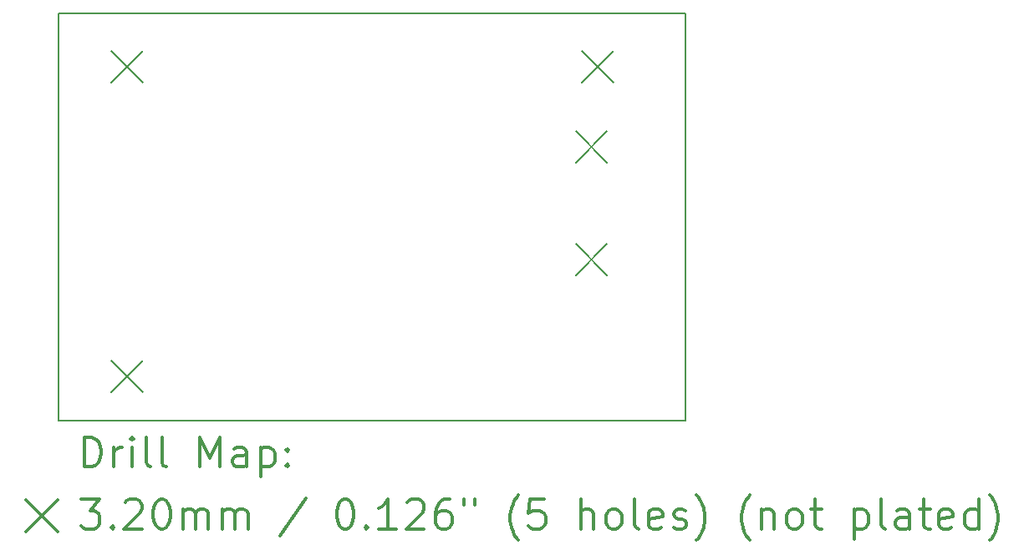
<source format=gbr>
%FSLAX45Y45*%
G04 Gerber Fmt 4.5, Leading zero omitted, Abs format (unit mm)*
G04 Created by KiCad (PCBNEW 4.0.6) date 12/01/17 17:51:23*
%MOMM*%
%LPD*%
G01*
G04 APERTURE LIST*
%ADD10C,0.127000*%
%ADD11C,0.150000*%
%ADD12C,0.200000*%
%ADD13C,0.300000*%
G04 APERTURE END LIST*
D10*
D11*
X11277600Y-11938000D02*
X11277600Y-7810500D01*
X17627600Y-11938000D02*
X11277600Y-11938000D01*
X17627600Y-7810500D02*
X17627600Y-11938000D01*
X11277600Y-7810500D02*
X17627600Y-7810500D01*
D12*
X11816100Y-8190250D02*
X12136100Y-8510250D01*
X12136100Y-8190250D02*
X11816100Y-8510250D01*
X11816100Y-11333500D02*
X12136100Y-11653500D01*
X12136100Y-11333500D02*
X11816100Y-11653500D01*
X16518417Y-9002842D02*
X16838417Y-9322842D01*
X16838417Y-9002842D02*
X16518417Y-9322842D01*
X16518417Y-10145842D02*
X16838417Y-10465842D01*
X16838417Y-10145842D02*
X16518417Y-10465842D01*
X16578600Y-8190250D02*
X16898600Y-8510250D01*
X16898600Y-8190250D02*
X16578600Y-8510250D01*
D13*
X11541528Y-12411214D02*
X11541528Y-12111214D01*
X11612957Y-12111214D01*
X11655814Y-12125500D01*
X11684386Y-12154071D01*
X11698671Y-12182643D01*
X11712957Y-12239786D01*
X11712957Y-12282643D01*
X11698671Y-12339786D01*
X11684386Y-12368357D01*
X11655814Y-12396929D01*
X11612957Y-12411214D01*
X11541528Y-12411214D01*
X11841528Y-12411214D02*
X11841528Y-12211214D01*
X11841528Y-12268357D02*
X11855814Y-12239786D01*
X11870100Y-12225500D01*
X11898671Y-12211214D01*
X11927243Y-12211214D01*
X12027243Y-12411214D02*
X12027243Y-12211214D01*
X12027243Y-12111214D02*
X12012957Y-12125500D01*
X12027243Y-12139786D01*
X12041528Y-12125500D01*
X12027243Y-12111214D01*
X12027243Y-12139786D01*
X12212957Y-12411214D02*
X12184386Y-12396929D01*
X12170100Y-12368357D01*
X12170100Y-12111214D01*
X12370100Y-12411214D02*
X12341528Y-12396929D01*
X12327243Y-12368357D01*
X12327243Y-12111214D01*
X12712957Y-12411214D02*
X12712957Y-12111214D01*
X12812957Y-12325500D01*
X12912957Y-12111214D01*
X12912957Y-12411214D01*
X13184386Y-12411214D02*
X13184386Y-12254071D01*
X13170100Y-12225500D01*
X13141528Y-12211214D01*
X13084386Y-12211214D01*
X13055814Y-12225500D01*
X13184386Y-12396929D02*
X13155814Y-12411214D01*
X13084386Y-12411214D01*
X13055814Y-12396929D01*
X13041528Y-12368357D01*
X13041528Y-12339786D01*
X13055814Y-12311214D01*
X13084386Y-12296929D01*
X13155814Y-12296929D01*
X13184386Y-12282643D01*
X13327243Y-12211214D02*
X13327243Y-12511214D01*
X13327243Y-12225500D02*
X13355814Y-12211214D01*
X13412957Y-12211214D01*
X13441528Y-12225500D01*
X13455814Y-12239786D01*
X13470100Y-12268357D01*
X13470100Y-12354071D01*
X13455814Y-12382643D01*
X13441528Y-12396929D01*
X13412957Y-12411214D01*
X13355814Y-12411214D01*
X13327243Y-12396929D01*
X13598671Y-12382643D02*
X13612957Y-12396929D01*
X13598671Y-12411214D01*
X13584386Y-12396929D01*
X13598671Y-12382643D01*
X13598671Y-12411214D01*
X13598671Y-12225500D02*
X13612957Y-12239786D01*
X13598671Y-12254071D01*
X13584386Y-12239786D01*
X13598671Y-12225500D01*
X13598671Y-12254071D01*
X10950100Y-12745500D02*
X11270100Y-13065500D01*
X11270100Y-12745500D02*
X10950100Y-13065500D01*
X11512957Y-12741214D02*
X11698671Y-12741214D01*
X11598671Y-12855500D01*
X11641528Y-12855500D01*
X11670100Y-12869786D01*
X11684386Y-12884071D01*
X11698671Y-12912643D01*
X11698671Y-12984071D01*
X11684386Y-13012643D01*
X11670100Y-13026929D01*
X11641528Y-13041214D01*
X11555814Y-13041214D01*
X11527243Y-13026929D01*
X11512957Y-13012643D01*
X11827243Y-13012643D02*
X11841528Y-13026929D01*
X11827243Y-13041214D01*
X11812957Y-13026929D01*
X11827243Y-13012643D01*
X11827243Y-13041214D01*
X11955814Y-12769786D02*
X11970100Y-12755500D01*
X11998671Y-12741214D01*
X12070100Y-12741214D01*
X12098671Y-12755500D01*
X12112957Y-12769786D01*
X12127243Y-12798357D01*
X12127243Y-12826929D01*
X12112957Y-12869786D01*
X11941528Y-13041214D01*
X12127243Y-13041214D01*
X12312957Y-12741214D02*
X12341528Y-12741214D01*
X12370100Y-12755500D01*
X12384386Y-12769786D01*
X12398671Y-12798357D01*
X12412957Y-12855500D01*
X12412957Y-12926929D01*
X12398671Y-12984071D01*
X12384386Y-13012643D01*
X12370100Y-13026929D01*
X12341528Y-13041214D01*
X12312957Y-13041214D01*
X12284386Y-13026929D01*
X12270100Y-13012643D01*
X12255814Y-12984071D01*
X12241528Y-12926929D01*
X12241528Y-12855500D01*
X12255814Y-12798357D01*
X12270100Y-12769786D01*
X12284386Y-12755500D01*
X12312957Y-12741214D01*
X12541528Y-13041214D02*
X12541528Y-12841214D01*
X12541528Y-12869786D02*
X12555814Y-12855500D01*
X12584386Y-12841214D01*
X12627243Y-12841214D01*
X12655814Y-12855500D01*
X12670100Y-12884071D01*
X12670100Y-13041214D01*
X12670100Y-12884071D02*
X12684386Y-12855500D01*
X12712957Y-12841214D01*
X12755814Y-12841214D01*
X12784386Y-12855500D01*
X12798671Y-12884071D01*
X12798671Y-13041214D01*
X12941528Y-13041214D02*
X12941528Y-12841214D01*
X12941528Y-12869786D02*
X12955814Y-12855500D01*
X12984386Y-12841214D01*
X13027243Y-12841214D01*
X13055814Y-12855500D01*
X13070100Y-12884071D01*
X13070100Y-13041214D01*
X13070100Y-12884071D02*
X13084386Y-12855500D01*
X13112957Y-12841214D01*
X13155814Y-12841214D01*
X13184386Y-12855500D01*
X13198671Y-12884071D01*
X13198671Y-13041214D01*
X13784386Y-12726929D02*
X13527243Y-13112643D01*
X14170100Y-12741214D02*
X14198671Y-12741214D01*
X14227243Y-12755500D01*
X14241528Y-12769786D01*
X14255814Y-12798357D01*
X14270100Y-12855500D01*
X14270100Y-12926929D01*
X14255814Y-12984071D01*
X14241528Y-13012643D01*
X14227243Y-13026929D01*
X14198671Y-13041214D01*
X14170100Y-13041214D01*
X14141528Y-13026929D01*
X14127243Y-13012643D01*
X14112957Y-12984071D01*
X14098671Y-12926929D01*
X14098671Y-12855500D01*
X14112957Y-12798357D01*
X14127243Y-12769786D01*
X14141528Y-12755500D01*
X14170100Y-12741214D01*
X14398671Y-13012643D02*
X14412957Y-13026929D01*
X14398671Y-13041214D01*
X14384386Y-13026929D01*
X14398671Y-13012643D01*
X14398671Y-13041214D01*
X14698671Y-13041214D02*
X14527243Y-13041214D01*
X14612957Y-13041214D02*
X14612957Y-12741214D01*
X14584385Y-12784071D01*
X14555814Y-12812643D01*
X14527243Y-12826929D01*
X14812957Y-12769786D02*
X14827243Y-12755500D01*
X14855814Y-12741214D01*
X14927243Y-12741214D01*
X14955814Y-12755500D01*
X14970100Y-12769786D01*
X14984385Y-12798357D01*
X14984385Y-12826929D01*
X14970100Y-12869786D01*
X14798671Y-13041214D01*
X14984385Y-13041214D01*
X15241528Y-12741214D02*
X15184385Y-12741214D01*
X15155814Y-12755500D01*
X15141528Y-12769786D01*
X15112957Y-12812643D01*
X15098671Y-12869786D01*
X15098671Y-12984071D01*
X15112957Y-13012643D01*
X15127243Y-13026929D01*
X15155814Y-13041214D01*
X15212957Y-13041214D01*
X15241528Y-13026929D01*
X15255814Y-13012643D01*
X15270100Y-12984071D01*
X15270100Y-12912643D01*
X15255814Y-12884071D01*
X15241528Y-12869786D01*
X15212957Y-12855500D01*
X15155814Y-12855500D01*
X15127243Y-12869786D01*
X15112957Y-12884071D01*
X15098671Y-12912643D01*
X15384386Y-12741214D02*
X15384386Y-12798357D01*
X15498671Y-12741214D02*
X15498671Y-12798357D01*
X15941528Y-13155500D02*
X15927243Y-13141214D01*
X15898671Y-13098357D01*
X15884385Y-13069786D01*
X15870100Y-13026929D01*
X15855814Y-12955500D01*
X15855814Y-12898357D01*
X15870100Y-12826929D01*
X15884385Y-12784071D01*
X15898671Y-12755500D01*
X15927243Y-12712643D01*
X15941528Y-12698357D01*
X16198671Y-12741214D02*
X16055814Y-12741214D01*
X16041528Y-12884071D01*
X16055814Y-12869786D01*
X16084385Y-12855500D01*
X16155814Y-12855500D01*
X16184385Y-12869786D01*
X16198671Y-12884071D01*
X16212957Y-12912643D01*
X16212957Y-12984071D01*
X16198671Y-13012643D01*
X16184385Y-13026929D01*
X16155814Y-13041214D01*
X16084385Y-13041214D01*
X16055814Y-13026929D01*
X16041528Y-13012643D01*
X16570100Y-13041214D02*
X16570100Y-12741214D01*
X16698671Y-13041214D02*
X16698671Y-12884071D01*
X16684385Y-12855500D01*
X16655814Y-12841214D01*
X16612957Y-12841214D01*
X16584385Y-12855500D01*
X16570100Y-12869786D01*
X16884386Y-13041214D02*
X16855814Y-13026929D01*
X16841528Y-13012643D01*
X16827243Y-12984071D01*
X16827243Y-12898357D01*
X16841528Y-12869786D01*
X16855814Y-12855500D01*
X16884386Y-12841214D01*
X16927243Y-12841214D01*
X16955814Y-12855500D01*
X16970100Y-12869786D01*
X16984386Y-12898357D01*
X16984386Y-12984071D01*
X16970100Y-13012643D01*
X16955814Y-13026929D01*
X16927243Y-13041214D01*
X16884386Y-13041214D01*
X17155814Y-13041214D02*
X17127243Y-13026929D01*
X17112957Y-12998357D01*
X17112957Y-12741214D01*
X17384386Y-13026929D02*
X17355814Y-13041214D01*
X17298671Y-13041214D01*
X17270100Y-13026929D01*
X17255814Y-12998357D01*
X17255814Y-12884071D01*
X17270100Y-12855500D01*
X17298671Y-12841214D01*
X17355814Y-12841214D01*
X17384386Y-12855500D01*
X17398671Y-12884071D01*
X17398671Y-12912643D01*
X17255814Y-12941214D01*
X17512957Y-13026929D02*
X17541529Y-13041214D01*
X17598671Y-13041214D01*
X17627243Y-13026929D01*
X17641529Y-12998357D01*
X17641529Y-12984071D01*
X17627243Y-12955500D01*
X17598671Y-12941214D01*
X17555814Y-12941214D01*
X17527243Y-12926929D01*
X17512957Y-12898357D01*
X17512957Y-12884071D01*
X17527243Y-12855500D01*
X17555814Y-12841214D01*
X17598671Y-12841214D01*
X17627243Y-12855500D01*
X17741528Y-13155500D02*
X17755814Y-13141214D01*
X17784386Y-13098357D01*
X17798671Y-13069786D01*
X17812957Y-13026929D01*
X17827243Y-12955500D01*
X17827243Y-12898357D01*
X17812957Y-12826929D01*
X17798671Y-12784071D01*
X17784386Y-12755500D01*
X17755814Y-12712643D01*
X17741528Y-12698357D01*
X18284386Y-13155500D02*
X18270100Y-13141214D01*
X18241528Y-13098357D01*
X18227243Y-13069786D01*
X18212957Y-13026929D01*
X18198671Y-12955500D01*
X18198671Y-12898357D01*
X18212957Y-12826929D01*
X18227243Y-12784071D01*
X18241528Y-12755500D01*
X18270100Y-12712643D01*
X18284386Y-12698357D01*
X18398671Y-12841214D02*
X18398671Y-13041214D01*
X18398671Y-12869786D02*
X18412957Y-12855500D01*
X18441528Y-12841214D01*
X18484386Y-12841214D01*
X18512957Y-12855500D01*
X18527243Y-12884071D01*
X18527243Y-13041214D01*
X18712957Y-13041214D02*
X18684386Y-13026929D01*
X18670100Y-13012643D01*
X18655814Y-12984071D01*
X18655814Y-12898357D01*
X18670100Y-12869786D01*
X18684386Y-12855500D01*
X18712957Y-12841214D01*
X18755814Y-12841214D01*
X18784386Y-12855500D01*
X18798671Y-12869786D01*
X18812957Y-12898357D01*
X18812957Y-12984071D01*
X18798671Y-13012643D01*
X18784386Y-13026929D01*
X18755814Y-13041214D01*
X18712957Y-13041214D01*
X18898671Y-12841214D02*
X19012957Y-12841214D01*
X18941529Y-12741214D02*
X18941529Y-12998357D01*
X18955814Y-13026929D01*
X18984386Y-13041214D01*
X19012957Y-13041214D01*
X19341529Y-12841214D02*
X19341529Y-13141214D01*
X19341529Y-12855500D02*
X19370100Y-12841214D01*
X19427243Y-12841214D01*
X19455814Y-12855500D01*
X19470100Y-12869786D01*
X19484386Y-12898357D01*
X19484386Y-12984071D01*
X19470100Y-13012643D01*
X19455814Y-13026929D01*
X19427243Y-13041214D01*
X19370100Y-13041214D01*
X19341529Y-13026929D01*
X19655814Y-13041214D02*
X19627243Y-13026929D01*
X19612957Y-12998357D01*
X19612957Y-12741214D01*
X19898671Y-13041214D02*
X19898671Y-12884071D01*
X19884386Y-12855500D01*
X19855814Y-12841214D01*
X19798671Y-12841214D01*
X19770100Y-12855500D01*
X19898671Y-13026929D02*
X19870100Y-13041214D01*
X19798671Y-13041214D01*
X19770100Y-13026929D01*
X19755814Y-12998357D01*
X19755814Y-12969786D01*
X19770100Y-12941214D01*
X19798671Y-12926929D01*
X19870100Y-12926929D01*
X19898671Y-12912643D01*
X19998671Y-12841214D02*
X20112957Y-12841214D01*
X20041529Y-12741214D02*
X20041529Y-12998357D01*
X20055814Y-13026929D01*
X20084386Y-13041214D01*
X20112957Y-13041214D01*
X20327243Y-13026929D02*
X20298672Y-13041214D01*
X20241529Y-13041214D01*
X20212957Y-13026929D01*
X20198672Y-12998357D01*
X20198672Y-12884071D01*
X20212957Y-12855500D01*
X20241529Y-12841214D01*
X20298672Y-12841214D01*
X20327243Y-12855500D01*
X20341529Y-12884071D01*
X20341529Y-12912643D01*
X20198672Y-12941214D01*
X20598672Y-13041214D02*
X20598672Y-12741214D01*
X20598672Y-13026929D02*
X20570100Y-13041214D01*
X20512957Y-13041214D01*
X20484386Y-13026929D01*
X20470100Y-13012643D01*
X20455814Y-12984071D01*
X20455814Y-12898357D01*
X20470100Y-12869786D01*
X20484386Y-12855500D01*
X20512957Y-12841214D01*
X20570100Y-12841214D01*
X20598672Y-12855500D01*
X20712957Y-13155500D02*
X20727243Y-13141214D01*
X20755814Y-13098357D01*
X20770100Y-13069786D01*
X20784386Y-13026929D01*
X20798672Y-12955500D01*
X20798672Y-12898357D01*
X20784386Y-12826929D01*
X20770100Y-12784071D01*
X20755814Y-12755500D01*
X20727243Y-12712643D01*
X20712957Y-12698357D01*
M02*

</source>
